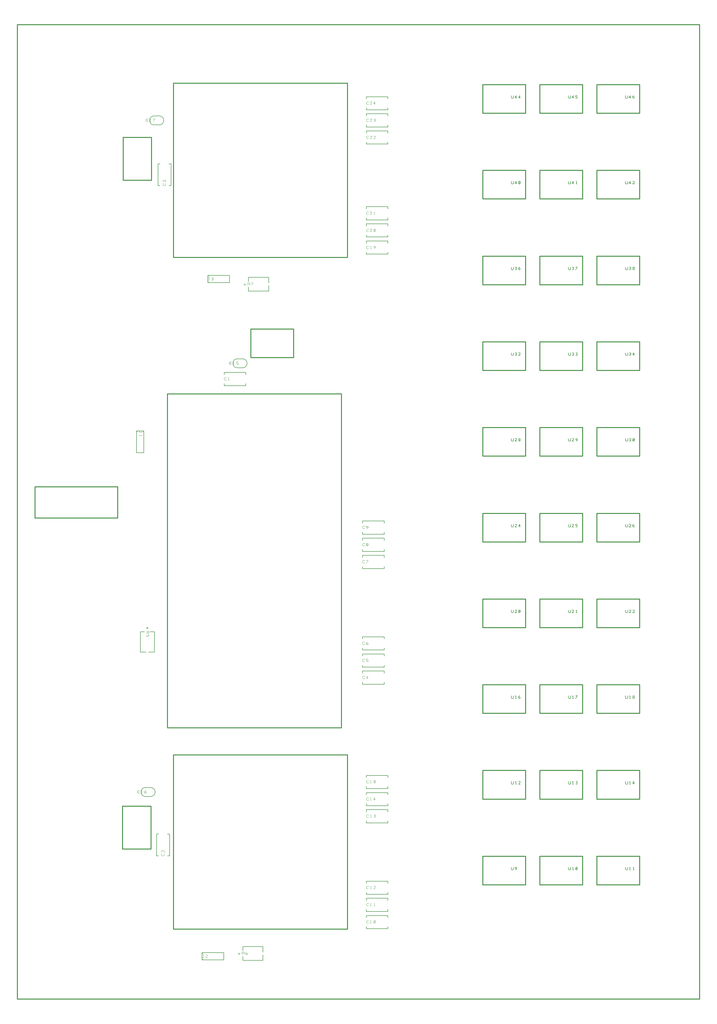
<source format=gbr>
%FSLAX23Y23*%
%MOIN*%
G04 EasyPC Gerber Version 18.0.6 Build 3620 *
%ADD85C,0.00300*%
%ADD16C,0.00500*%
%ADD84C,0.00600*%
%ADD10C,0.01200*%
X0Y0D02*
D02*
D10*
X6Y6D02*
X9415D01*
Y13431*
X6*
Y6*
X248Y7063D02*
Y6633D01*
X1388*
Y7063*
X248*
X1847Y2073D02*
Y2663D01*
X1453*
Y2073*
X1847*
X1856Y11286D02*
Y11876D01*
X1463*
Y11286*
X1856*
X2074Y8343D02*
Y3743D01*
X4474*
Y8343*
X2074*
X2158Y971D02*
X4558D01*
Y3371*
X2158*
Y971*
Y10223D02*
X4558D01*
Y12623*
X2158*
Y10223*
X3223Y8845D02*
X3813D01*
Y9238*
X3223*
Y8845*
X6423Y1581D02*
X7014D01*
Y1975*
X6423*
Y1581*
Y2762D02*
X7014D01*
Y3156*
X6423*
Y2762*
Y3943D02*
X7014D01*
Y4337*
X6423*
Y3943*
Y5124D02*
X7014D01*
Y5518*
X6423*
Y5124*
Y6305D02*
X7014D01*
Y6699*
X6423*
Y6305*
Y7486D02*
X7014D01*
Y7880*
X6423*
Y7486*
Y8667D02*
X7014D01*
Y9061*
X6423*
Y8667*
Y9849D02*
X7014D01*
Y10242*
X6423*
Y9849*
Y11030D02*
X7014D01*
Y11423*
X6423*
Y11030*
Y12211D02*
X7014D01*
Y12604*
X6423*
Y12211*
X7211Y1581D02*
X7801D01*
Y1975*
X7211*
Y1581*
Y2762D02*
X7801D01*
Y3156*
X7211*
Y2762*
Y3943D02*
X7801D01*
Y4337*
X7211*
Y3943*
Y5124D02*
X7801D01*
Y5518*
X7211*
Y5124*
Y6305D02*
X7801D01*
Y6699*
X7211*
Y6305*
Y7486D02*
X7801D01*
Y7880*
X7211*
Y7486*
Y8667D02*
X7801D01*
Y9061*
X7211*
Y8667*
Y9849D02*
X7801D01*
Y10242*
X7211*
Y9849*
Y11030D02*
X7801D01*
Y11423*
X7211*
Y11030*
Y12211D02*
X7801D01*
Y12604*
X7211*
Y12211*
X7998Y1581D02*
X8589D01*
Y1975*
X7998*
Y1581*
Y2762D02*
X8589D01*
Y3156*
X7998*
Y2762*
Y3943D02*
X8589D01*
Y4337*
X7998*
Y3943*
Y5124D02*
X8589D01*
Y5518*
X7998*
Y5124*
Y6305D02*
X8589D01*
Y6699*
X7998*
Y6305*
Y7486D02*
X8589D01*
Y7880*
X7998*
Y7486*
Y8667D02*
X8589D01*
Y9061*
X7998*
Y8667*
Y9849D02*
X8589D01*
Y10242*
X7998*
Y9849*
Y11030D02*
X8589D01*
Y11423*
X7998*
Y11030*
Y12211D02*
X8589D01*
Y12604*
X7998*
Y12211*
D02*
D16*
X6817Y1825D02*
Y1796D01*
X6820Y1790*
X6826Y1787*
X6839*
X6845Y1790*
X6848Y1796*
Y1825*
X6876Y1787D02*
X6883Y1790D01*
X6889Y1796*
X6892Y1806*
Y1815*
X6889Y1821*
X6883Y1825*
X6876*
X6870Y1821*
X6867Y1815*
X6870Y1809*
X6876Y1806*
X6883*
X6889Y1809*
X6892Y1815*
X6817Y3006D02*
Y2978D01*
X6820Y2971*
X6826Y2968*
X6839*
X6845Y2971*
X6848Y2978*
Y3006*
X6873Y2968D02*
X6886D01*
X6880D02*
Y3006D01*
X6873Y2999*
X6942Y2968D02*
X6917D01*
X6939Y2990*
X6942Y2996*
X6939Y3003*
X6933Y3006*
X6923*
X6917Y3003*
X6817Y4187D02*
Y4159D01*
X6820Y4152*
X6826Y4149*
X6839*
X6845Y4152*
X6848Y4159*
Y4187*
X6873Y4149D02*
X6886D01*
X6880D02*
Y4187D01*
X6873Y4180*
X6917Y4159D02*
X6920Y4165D01*
X6926Y4168*
X6933*
X6939Y4165*
X6942Y4159*
X6939Y4152*
X6933Y4149*
X6926*
X6920Y4152*
X6917Y4159*
Y4168*
X6920Y4177*
X6926Y4184*
X6933Y4187*
X6817Y5368D02*
Y5340D01*
X6820Y5333*
X6826Y5330*
X6839*
X6845Y5333*
X6848Y5340*
Y5368*
X6892Y5330D02*
X6867D01*
X6889Y5352*
X6892Y5358*
X6889Y5365*
X6883Y5368*
X6873*
X6867Y5365*
X6920Y5333D02*
X6926Y5330D01*
X6933*
X6939Y5333*
X6942Y5340*
Y5358*
X6939Y5365*
X6933Y5368*
X6926*
X6920Y5365*
X6917Y5358*
Y5340*
X6920Y5333*
X6939Y5365*
X6817Y6549D02*
Y6521D01*
X6820Y6515*
X6826Y6511*
X6839*
X6845Y6515*
X6848Y6521*
Y6549*
X6892Y6511D02*
X6867D01*
X6889Y6533*
X6892Y6540*
X6889Y6546*
X6883Y6549*
X6873*
X6867Y6546*
X6933Y6511D02*
Y6549D01*
X6917Y6524*
X6942*
X6817Y7730D02*
Y7702D01*
X6820Y7696*
X6826Y7693*
X6839*
X6845Y7696*
X6848Y7702*
Y7730*
X6892Y7693D02*
X6867D01*
X6889Y7714*
X6892Y7721*
X6889Y7727*
X6883Y7730*
X6873*
X6867Y7727*
X6926Y7711D02*
X6933D01*
X6939Y7714*
X6942Y7721*
X6939Y7727*
X6933Y7730*
X6926*
X6920Y7727*
X6917Y7721*
X6920Y7714*
X6926Y7711*
X6920Y7708*
X6917Y7702*
X6920Y7696*
X6926Y7693*
X6933*
X6939Y7696*
X6942Y7702*
X6939Y7708*
X6933Y7711*
X6817Y8911D02*
Y8883D01*
X6820Y8877*
X6826Y8874*
X6839*
X6845Y8877*
X6848Y8883*
Y8911*
X6870Y8877D02*
X6876Y8874D01*
X6883*
X6889Y8877*
X6892Y8883*
X6889Y8889*
X6883Y8892*
X6876*
X6883D02*
X6889Y8896D01*
X6892Y8902*
X6889Y8908*
X6883Y8911*
X6876*
X6870Y8908*
X6942Y8874D02*
X6917D01*
X6939Y8896*
X6942Y8902*
X6939Y8908*
X6933Y8911*
X6923*
X6917Y8908*
X6817Y10092D02*
Y10064D01*
X6820Y10058*
X6826Y10055*
X6839*
X6845Y10058*
X6848Y10064*
Y10092*
X6870Y10058D02*
X6876Y10055D01*
X6883*
X6889Y10058*
X6892Y10064*
X6889Y10070*
X6883Y10073*
X6876*
X6883D02*
X6889Y10077D01*
X6892Y10083*
X6889Y10089*
X6883Y10092*
X6876*
X6870Y10089*
X6917Y10064D02*
X6920Y10070D01*
X6926Y10073*
X6933*
X6939Y10070*
X6942Y10064*
X6939Y10058*
X6933Y10055*
X6926*
X6920Y10058*
X6917Y10064*
Y10073*
X6920Y10083*
X6926Y10089*
X6933Y10092*
X6817Y11273D02*
Y11245D01*
X6820Y11239*
X6826Y11236*
X6839*
X6845Y11239*
X6848Y11245*
Y11273*
X6883Y11236D02*
Y11273D01*
X6867Y11248*
X6892*
X6920Y11239D02*
X6926Y11236D01*
X6933*
X6939Y11239*
X6942Y11245*
Y11264*
X6939Y11270*
X6933Y11273*
X6926*
X6920Y11270*
X6917Y11264*
Y11245*
X6920Y11239*
X6939Y11270*
X6817Y12454D02*
Y12426D01*
X6820Y12420*
X6826Y12417*
X6839*
X6845Y12420*
X6848Y12426*
Y12454*
X6883Y12417D02*
Y12454D01*
X6867Y12429*
X6892*
X6933Y12417D02*
Y12454D01*
X6917Y12429*
X6942*
X7604Y1825D02*
Y1796D01*
X7608Y1790*
X7614Y1787*
X7626*
X7633Y1790*
X7636Y1796*
Y1825*
X7661Y1787D02*
X7673D01*
X7667D02*
Y1825D01*
X7661Y1818*
X7708Y1790D02*
X7714Y1787D01*
X7720*
X7726Y1790*
X7729Y1796*
Y1815*
X7726Y1821*
X7720Y1825*
X7714*
X7708Y1821*
X7704Y1815*
Y1796*
X7708Y1790*
X7726Y1821*
X7604Y3006D02*
Y2978D01*
X7608Y2971*
X7614Y2968*
X7626*
X7633Y2971*
X7636Y2978*
Y3006*
X7661Y2968D02*
X7673D01*
X7667D02*
Y3006D01*
X7661Y2999*
X7708Y2971D02*
X7714Y2968D01*
X7720*
X7726Y2971*
X7729Y2978*
X7726Y2984*
X7720Y2987*
X7714*
X7720D02*
X7726Y2990D01*
X7729Y2996*
X7726Y3003*
X7720Y3006*
X7714*
X7708Y3003*
X7604Y4187D02*
Y4159D01*
X7608Y4152*
X7614Y4149*
X7626*
X7633Y4152*
X7636Y4159*
Y4187*
X7661Y4149D02*
X7673D01*
X7667D02*
Y4187D01*
X7661Y4180*
X7704Y4149D02*
X7729Y4187D01*
X7704*
X7604Y5368D02*
Y5340D01*
X7608Y5333*
X7614Y5330*
X7626*
X7633Y5333*
X7636Y5340*
Y5368*
X7679Y5330D02*
X7654D01*
X7676Y5352*
X7679Y5358*
X7676Y5365*
X7670Y5368*
X7661*
X7654Y5365*
X7711Y5330D02*
X7723D01*
X7717D02*
Y5368D01*
X7711Y5362*
X7604Y6549D02*
Y6521D01*
X7608Y6515*
X7614Y6511*
X7626*
X7633Y6515*
X7636Y6521*
Y6549*
X7679Y6511D02*
X7654D01*
X7676Y6533*
X7679Y6540*
X7676Y6546*
X7670Y6549*
X7661*
X7654Y6546*
X7704Y6515D02*
X7711Y6511D01*
X7720*
X7726Y6515*
X7729Y6521*
Y6524*
X7726Y6530*
X7720Y6533*
X7704*
Y6549*
X7729*
X7604Y7730D02*
Y7702D01*
X7608Y7696*
X7614Y7693*
X7626*
X7633Y7696*
X7636Y7702*
Y7730*
X7679Y7693D02*
X7654D01*
X7676Y7714*
X7679Y7721*
X7676Y7727*
X7670Y7730*
X7661*
X7654Y7727*
X7714Y7693D02*
X7720Y7696D01*
X7726Y7702*
X7729Y7711*
Y7721*
X7726Y7727*
X7720Y7730*
X7714*
X7708Y7727*
X7704Y7721*
X7708Y7714*
X7714Y7711*
X7720*
X7726Y7714*
X7729Y7721*
X7604Y8911D02*
Y8883D01*
X7608Y8877*
X7614Y8874*
X7626*
X7633Y8877*
X7636Y8883*
Y8911*
X7658Y8877D02*
X7664Y8874D01*
X7670*
X7676Y8877*
X7679Y8883*
X7676Y8889*
X7670Y8892*
X7664*
X7670D02*
X7676Y8896D01*
X7679Y8902*
X7676Y8908*
X7670Y8911*
X7664*
X7658Y8908*
X7708Y8877D02*
X7714Y8874D01*
X7720*
X7726Y8877*
X7729Y8883*
X7726Y8889*
X7720Y8892*
X7714*
X7720D02*
X7726Y8896D01*
X7729Y8902*
X7726Y8908*
X7720Y8911*
X7714*
X7708Y8908*
X7604Y10092D02*
Y10064D01*
X7608Y10058*
X7614Y10055*
X7626*
X7633Y10058*
X7636Y10064*
Y10092*
X7658Y10058D02*
X7664Y10055D01*
X7670*
X7676Y10058*
X7679Y10064*
X7676Y10070*
X7670Y10073*
X7664*
X7670D02*
X7676Y10077D01*
X7679Y10083*
X7676Y10089*
X7670Y10092*
X7664*
X7658Y10089*
X7704Y10055D02*
X7729Y10092D01*
X7704*
X7604Y11273D02*
Y11245D01*
X7608Y11239*
X7614Y11236*
X7626*
X7633Y11239*
X7636Y11245*
Y11273*
X7670Y11236D02*
Y11273D01*
X7654Y11248*
X7679*
X7711Y11236D02*
X7723D01*
X7717D02*
Y11273D01*
X7711Y11267*
X7604Y12454D02*
Y12426D01*
X7608Y12420*
X7614Y12417*
X7626*
X7633Y12420*
X7636Y12426*
Y12454*
X7670Y12417D02*
Y12454D01*
X7654Y12429*
X7679*
X7704Y12420D02*
X7711Y12417D01*
X7720*
X7726Y12420*
X7729Y12426*
Y12429*
X7726Y12436*
X7720Y12439*
X7704*
Y12454*
X7729*
X8392Y1825D02*
Y1796D01*
X8395Y1790*
X8401Y1787*
X8414*
X8420Y1790*
X8423Y1796*
Y1825*
X8448Y1787D02*
X8461D01*
X8454D02*
Y1825D01*
X8448Y1818*
X8498Y1787D02*
X8511D01*
X8504D02*
Y1825D01*
X8498Y1818*
X8392Y3006D02*
Y2978D01*
X8395Y2971*
X8401Y2968*
X8414*
X8420Y2971*
X8423Y2978*
Y3006*
X8448Y2968D02*
X8461D01*
X8454D02*
Y3006D01*
X8448Y2999*
X8507Y2968D02*
Y3006D01*
X8492Y2981*
X8517*
X8392Y4187D02*
Y4159D01*
X8395Y4152*
X8401Y4149*
X8414*
X8420Y4152*
X8423Y4159*
Y4187*
X8448Y4149D02*
X8461D01*
X8454D02*
Y4187D01*
X8448Y4180*
X8501Y4168D02*
X8507D01*
X8514Y4171*
X8517Y4177*
X8514Y4184*
X8507Y4187*
X8501*
X8495Y4184*
X8492Y4177*
X8495Y4171*
X8501Y4168*
X8495Y4165*
X8492Y4159*
X8495Y4152*
X8501Y4149*
X8507*
X8514Y4152*
X8517Y4159*
X8514Y4165*
X8507Y4168*
X8392Y5368D02*
Y5340D01*
X8395Y5333*
X8401Y5330*
X8414*
X8420Y5333*
X8423Y5340*
Y5368*
X8467Y5330D02*
X8442D01*
X8464Y5352*
X8467Y5358*
X8464Y5365*
X8457Y5368*
X8448*
X8442Y5365*
X8517Y5330D02*
X8492D01*
X8514Y5352*
X8517Y5358*
X8514Y5365*
X8507Y5368*
X8498*
X8492Y5365*
X8392Y6549D02*
Y6521D01*
X8395Y6515*
X8401Y6511*
X8414*
X8420Y6515*
X8423Y6521*
Y6549*
X8467Y6511D02*
X8442D01*
X8464Y6533*
X8467Y6540*
X8464Y6546*
X8457Y6549*
X8448*
X8442Y6546*
X8492Y6521D02*
X8495Y6527D01*
X8501Y6530*
X8507*
X8514Y6527*
X8517Y6521*
X8514Y6515*
X8507Y6511*
X8501*
X8495Y6515*
X8492Y6521*
Y6530*
X8495Y6540*
X8501Y6546*
X8507Y6549*
X8392Y7730D02*
Y7702D01*
X8395Y7696*
X8401Y7693*
X8414*
X8420Y7696*
X8423Y7702*
Y7730*
X8445Y7696D02*
X8451Y7693D01*
X8457*
X8464Y7696*
X8467Y7702*
X8464Y7708*
X8457Y7711*
X8451*
X8457D02*
X8464Y7714D01*
X8467Y7721*
X8464Y7727*
X8457Y7730*
X8451*
X8445Y7727*
X8495Y7696D02*
X8501Y7693D01*
X8507*
X8514Y7696*
X8517Y7702*
Y7721*
X8514Y7727*
X8507Y7730*
X8501*
X8495Y7727*
X8492Y7721*
Y7702*
X8495Y7696*
X8514Y7727*
X8392Y8911D02*
Y8883D01*
X8395Y8877*
X8401Y8874*
X8414*
X8420Y8877*
X8423Y8883*
Y8911*
X8445Y8877D02*
X8451Y8874D01*
X8457*
X8464Y8877*
X8467Y8883*
X8464Y8889*
X8457Y8892*
X8451*
X8457D02*
X8464Y8896D01*
X8467Y8902*
X8464Y8908*
X8457Y8911*
X8451*
X8445Y8908*
X8507Y8874D02*
Y8911D01*
X8492Y8886*
X8517*
X8392Y10092D02*
Y10064D01*
X8395Y10058*
X8401Y10055*
X8414*
X8420Y10058*
X8423Y10064*
Y10092*
X8445Y10058D02*
X8451Y10055D01*
X8457*
X8464Y10058*
X8467Y10064*
X8464Y10070*
X8457Y10073*
X8451*
X8457D02*
X8464Y10077D01*
X8467Y10083*
X8464Y10089*
X8457Y10092*
X8451*
X8445Y10089*
X8501Y10073D02*
X8507D01*
X8514Y10077*
X8517Y10083*
X8514Y10089*
X8507Y10092*
X8501*
X8495Y10089*
X8492Y10083*
X8495Y10077*
X8501Y10073*
X8495Y10070*
X8492Y10064*
X8495Y10058*
X8501Y10055*
X8507*
X8514Y10058*
X8517Y10064*
X8514Y10070*
X8507Y10073*
X8392Y11273D02*
Y11245D01*
X8395Y11239*
X8401Y11236*
X8414*
X8420Y11239*
X8423Y11245*
Y11273*
X8457Y11236D02*
Y11273D01*
X8442Y11248*
X8467*
X8517Y11236D02*
X8492D01*
X8514Y11258*
X8517Y11264*
X8514Y11270*
X8507Y11273*
X8498*
X8492Y11270*
X8392Y12454D02*
Y12426D01*
X8395Y12420*
X8401Y12417*
X8414*
X8420Y12420*
X8423Y12426*
Y12454*
X8457Y12417D02*
Y12454D01*
X8442Y12429*
X8467*
X8492Y12426D02*
X8495Y12433D01*
X8501Y12436*
X8507*
X8514Y12433*
X8517Y12426*
X8514Y12420*
X8507Y12417*
X8501*
X8495Y12420*
X8492Y12426*
Y12436*
X8495Y12445*
X8501Y12451*
X8507Y12454*
D02*
D84*
X1649Y7835D02*
Y7535D01*
X1749*
Y7835*
X1660Y7825D02*
X1649D01*
Y7835*
X1749*
Y7825*
X1737*
X1677Y2860D02*
G75*
G03X1671I-3D01*
G01*
G75*
G03X1677I3*
G01*
X1758Y5068D02*
X1701D01*
Y4789*
X1780*
X1771Y2798D02*
X1843D01*
G75*
G03X1905Y2860J62*
G01*
G75*
G03X1843Y2922I-62*
G01*
X1771*
G75*
G03Y2798J-62*
G01*
X1796Y12112D02*
G75*
G03X1790I-3D01*
G01*
G75*
G03X1796I3*
G01*
X1815Y4789D02*
X1893D01*
Y5068*
X1836*
X1890Y12050D02*
X1962D01*
G75*
G03X2024Y12112J62*
G01*
G75*
G03X1962Y12174I-62*
G01*
X1890*
G75*
G03Y12050J-62*
G01*
X1952Y2281D02*
X1923D01*
Y1982*
X1952*
X1971Y11514D02*
X1943D01*
Y11215*
X1971*
X2076Y1982D02*
X2104D01*
Y2281*
X2076*
X2096Y11215D02*
X2124D01*
Y11514*
X2096*
X2551Y547D02*
X2851D01*
Y647*
X2551*
X2561Y558D02*
Y547D01*
X2551*
Y647*
X2561*
Y635*
X2630Y9877D02*
X2930D01*
Y9977*
X2630*
X2640Y9889D02*
Y9877D01*
X2630*
Y9977*
X2640*
Y9966*
X2857Y8487D02*
Y8459D01*
X3156*
Y8487*
X2945Y8766D02*
G75*
G03X2939I-3D01*
G01*
G75*
G03X2945I3*
G01*
X3039Y8704D02*
X3111D01*
G75*
G03X3173Y8766J62*
G01*
G75*
G03X3111Y8828I-62*
G01*
X3039*
G75*
G03Y8704J-62*
G01*
X3113Y597D02*
Y540D01*
X3392*
Y619*
X3156Y8611D02*
Y8640D01*
X2857*
Y8611*
X3192Y9817D02*
Y9760D01*
X3471*
Y9839*
X3392Y653D02*
Y732D01*
X3113*
Y675*
X3471Y9873D02*
Y9952D01*
X3192*
Y9895*
X4766Y4373D02*
Y4345D01*
X5065*
Y4373*
X4766Y4609D02*
Y4581D01*
X5065*
Y4609*
X4766Y4845D02*
Y4817D01*
X5065*
Y4845*
X4766Y5968D02*
Y5939D01*
X5065*
Y5968*
X4766Y6204D02*
Y6175D01*
X5065*
Y6204*
X4766Y6440D02*
Y6412D01*
X5065*
Y6440*
X4817Y1007D02*
Y978D01*
X5116*
Y1007*
X4817Y1243D02*
Y1215D01*
X5116*
Y1243*
X4817Y1479D02*
Y1451D01*
X5116*
Y1479*
X4817Y2464D02*
Y2435D01*
X5116*
Y2464*
X4817Y2700D02*
Y2671D01*
X5116*
Y2700*
X4817Y2936D02*
Y2908D01*
X5116*
Y2936*
X4817Y10298D02*
Y10270D01*
X5116*
Y10298*
X4817Y10534D02*
Y10506D01*
X5116*
Y10534*
X4817Y10771D02*
Y10742D01*
X5116*
Y10771*
X4817Y11814D02*
Y11786D01*
X5116*
Y11814*
X4817Y12050D02*
Y12022D01*
X5116*
Y12050*
X4817Y12286D02*
Y12258D01*
X5116*
Y12286*
X5065Y4497D02*
Y4526D01*
X4766*
Y4497*
X5065Y4733D02*
Y4762D01*
X4766*
Y4733*
X5065Y4970D02*
Y4998D01*
X4766*
Y4970*
X5065Y6092D02*
Y6120D01*
X4766*
Y6092*
X5065Y6328D02*
Y6356D01*
X4766*
Y6328*
X5065Y6564D02*
Y6593D01*
X4766*
Y6564*
X5116Y1131D02*
Y1159D01*
X4817*
Y1131*
X5116Y1367D02*
Y1396D01*
X4817*
Y1367*
X5116Y1604D02*
Y1632D01*
X4817*
Y1604*
X5116Y2588D02*
Y2616D01*
X4817*
Y2588*
X5116Y2824D02*
Y2852D01*
X4817*
Y2824*
X5116Y3060D02*
Y3089D01*
X4817*
Y3060*
X5116Y10422D02*
Y10451D01*
X4817*
Y10422*
X5116Y10659D02*
Y10687D01*
X4817*
Y10659*
X5116Y10895D02*
Y10923D01*
X4817*
Y10895*
X5116Y11938D02*
Y11967D01*
X4817*
Y11938*
X5116Y12174D02*
Y12203D01*
X4817*
Y12174*
X5116Y12411D02*
Y12439D01*
X4817*
Y12411*
D02*
D85*
X1689Y2851D02*
X1686Y2848D01*
X1679Y2845*
X1670*
X1664Y2848*
X1661Y2851*
X1657Y2857*
Y2870*
X1661Y2876*
X1664Y2879*
X1670Y2882*
X1679*
X1686Y2879*
X1689Y2876*
X1714Y2845D02*
X1726D01*
X1720D02*
Y2882D01*
X1714Y2876*
X1757Y2854D02*
X1761Y2860D01*
X1767Y2863*
X1773*
X1779Y2860*
X1782Y2854*
X1779Y2848*
X1773Y2845*
X1767*
X1761Y2848*
X1757Y2854*
Y2863*
X1761Y2873*
X1767Y2879*
X1773Y2882*
X1690Y7835D02*
X1686Y7832D01*
X1683Y7825*
X1686Y7819*
X1690Y7816*
X1721*
Y7810*
Y7816D02*
Y7828D01*
X1683Y7778D02*
Y7766D01*
Y7772D02*
X1721D01*
X1715Y7778*
X1782Y5079D02*
X1819D01*
Y5057*
X1816Y5051*
X1810Y5048*
X1804Y5051*
X1800Y5057*
Y5079*
Y5057D02*
X1782Y5048D01*
X1785Y5029D02*
X1782Y5023D01*
Y5013*
X1785Y5007*
X1791Y5004*
X1794*
X1800Y5007*
X1804Y5013*
Y5029*
X1819*
Y5004*
X1794Y5133D02*
Y5108D01*
X1782Y5127D02*
X1807Y5115D01*
Y5127D02*
X1782Y5115D01*
X1807Y12103D02*
X1804Y12100D01*
X1797Y12097*
X1788*
X1782Y12100*
X1779Y12103*
X1776Y12109*
Y12122*
X1779Y12128*
X1782Y12131*
X1788Y12134*
X1797*
X1804Y12131*
X1807Y12128*
X1832Y12097D02*
X1844D01*
X1838D02*
Y12134D01*
X1832Y12128*
X1876Y12097D02*
X1901Y12134D01*
X1876*
X2023Y2013D02*
X2026Y2010D01*
X2030Y2004*
Y1994*
X2026Y1988*
X2023Y1985*
X2017Y1982*
X2005*
X1998Y1985*
X1995Y1988*
X1992Y1994*
Y2004*
X1995Y2010*
X1998Y2013*
X2030Y2057D02*
Y2032D01*
X2008Y2054*
X2001Y2057*
X1995Y2054*
X1992Y2048*
Y2038*
X1995Y2032*
X2043Y11246D02*
X2046Y11242D01*
X2049Y11236*
Y11227*
X2046Y11221*
X2043Y11217*
X2037Y11214*
X2024*
X2018Y11217*
X2015Y11221*
X2012Y11227*
Y11236*
X2015Y11242*
X2018Y11246*
X2046Y11267D02*
X2049Y11274D01*
Y11280*
X2046Y11286*
X2040Y11289*
X2034Y11286*
X2030Y11280*
Y11274*
Y11280D02*
X2027Y11286D01*
X2021Y11289*
X2015Y11286*
X2012Y11280*
Y11274*
X2015Y11267*
X2551Y587D02*
X2554Y584D01*
X2561Y581*
X2567Y584*
X2570Y587*
Y618*
X2576*
X2570D02*
X2558D01*
X2626Y581D02*
X2601D01*
X2623Y603*
X2626Y609*
X2623Y615*
X2617Y618*
X2608*
X2601Y615*
X2630Y9918D02*
X2633Y9915D01*
X2639Y9912*
X2646Y9915*
X2649Y9918*
Y9949*
X2655*
X2649D02*
X2636D01*
X2683Y9915D02*
X2689Y9912D01*
X2696*
X2702Y9915*
X2705Y9921*
X2702Y9927*
X2696Y9930*
X2689*
X2696D02*
X2702Y9934D01*
X2705Y9940*
X2702Y9946*
X2696Y9949*
X2689*
X2683Y9946*
X2887Y8540D02*
X2884Y8537D01*
X2878Y8534*
X2869*
X2862Y8537*
X2859Y8540*
X2856Y8546*
Y8559*
X2859Y8565*
X2862Y8568*
X2869Y8571*
X2878*
X2884Y8568*
X2887Y8565*
X2912Y8534D02*
X2925D01*
X2919D02*
Y8571D01*
X2912Y8565*
X2957Y8756D02*
X2953Y8753D01*
X2947Y8750*
X2938*
X2932Y8753*
X2928Y8756*
X2925Y8763*
Y8775*
X2928Y8781*
X2932Y8785*
X2938Y8788*
X2947*
X2953Y8785*
X2957Y8781*
X2982Y8750D02*
X2994D01*
X2988D02*
Y8788D01*
X2982Y8781*
X3025Y8753D02*
X3032Y8750D01*
X3041*
X3047Y8753*
X3050Y8760*
Y8763*
X3047Y8769*
X3041Y8772*
X3025*
Y8788*
X3050*
X3048Y633D02*
X3073D01*
X3054Y620D02*
X3067Y645D01*
X3054D02*
X3067Y620D01*
X3102D02*
Y658D01*
X3124*
X3131Y655*
X3134Y648*
X3131Y642*
X3124Y639*
X3102*
X3124D02*
X3134Y620D01*
X3152Y630D02*
X3156Y636D01*
X3162Y639*
X3168*
X3174Y636*
X3177Y630*
X3174Y623*
X3168Y620*
X3162*
X3156Y623*
X3152Y630*
Y639*
X3156Y648*
X3162Y655*
X3168Y658*
X3127Y9853D02*
X3152D01*
X3133Y9840D02*
X3145Y9865D01*
X3133D02*
X3145Y9840D01*
X3181D02*
Y9878D01*
X3203*
X3209Y9875*
X3212Y9869*
X3209Y9862*
X3203Y9859*
X3181*
X3203D02*
X3212Y9840D01*
X3231D02*
X3256Y9878D01*
X3231*
X4797Y4426D02*
X4794Y4423D01*
X4788Y4420*
X4778*
X4772Y4423*
X4769Y4426*
X4766Y4432*
Y4445*
X4769Y4451*
X4772Y4454*
X4778Y4457*
X4788*
X4794Y4454*
X4797Y4451*
X4831Y4420D02*
Y4457D01*
X4816Y4432*
X4841*
X4797Y4662D02*
X4794Y4659D01*
X4788Y4656*
X4778*
X4772Y4659*
X4769Y4662*
X4766Y4668*
Y4681*
X4769Y4687*
X4772Y4690*
X4778Y4693*
X4788*
X4794Y4690*
X4797Y4687*
X4816Y4659D02*
X4822Y4656D01*
X4831*
X4838Y4659*
X4841Y4665*
Y4668*
X4838Y4674*
X4831Y4678*
X4816*
Y4693*
X4841*
X4797Y4898D02*
X4794Y4895D01*
X4788Y4892*
X4778*
X4772Y4895*
X4769Y4898*
X4766Y4904*
Y4917*
X4769Y4923*
X4772Y4926*
X4778Y4929*
X4788*
X4794Y4926*
X4797Y4923*
X4816Y4901D02*
X4819Y4908D01*
X4825Y4911*
X4831*
X4838Y4908*
X4841Y4901*
X4838Y4895*
X4831Y4892*
X4825*
X4819Y4895*
X4816Y4901*
Y4911*
X4819Y4920*
X4825Y4926*
X4831Y4929*
X4797Y6020D02*
X4794Y6017D01*
X4788Y6014*
X4778*
X4772Y6017*
X4769Y6020*
X4766Y6026*
Y6039*
X4769Y6045*
X4772Y6048*
X4778Y6051*
X4788*
X4794Y6048*
X4797Y6045*
X4816Y6014D02*
X4841Y6051D01*
X4816*
X4797Y6256D02*
X4794Y6253D01*
X4788Y6250*
X4778*
X4772Y6253*
X4769Y6256*
X4766Y6263*
Y6275*
X4769Y6281*
X4772Y6285*
X4778Y6288*
X4788*
X4794Y6285*
X4797Y6281*
X4825Y6269D02*
X4831D01*
X4838Y6272*
X4841Y6278*
X4838Y6285*
X4831Y6288*
X4825*
X4819Y6285*
X4816Y6278*
X4819Y6272*
X4825Y6269*
X4819Y6266*
X4816Y6260*
X4819Y6253*
X4825Y6250*
X4831*
X4838Y6253*
X4841Y6260*
X4838Y6266*
X4831Y6269*
X4797Y6493D02*
X4794Y6490D01*
X4788Y6486*
X4778*
X4772Y6490*
X4769Y6493*
X4766Y6499*
Y6511*
X4769Y6518*
X4772Y6521*
X4778Y6524*
X4788*
X4794Y6521*
X4797Y6518*
X4825Y6486D02*
X4831Y6490D01*
X4838Y6496*
X4841Y6505*
Y6515*
X4838Y6521*
X4831Y6524*
X4825*
X4819Y6521*
X4816Y6515*
X4819Y6508*
X4825Y6505*
X4831*
X4838Y6508*
X4841Y6515*
X4848Y1060D02*
X4845Y1056D01*
X4839Y1053*
X4829*
X4823Y1056*
X4820Y1060*
X4817Y1066*
Y1078*
X4820Y1085*
X4823Y1088*
X4829Y1091*
X4839*
X4845Y1088*
X4848Y1085*
X4873Y1053D02*
X4885D01*
X4879D02*
Y1091D01*
X4873Y1085*
X4920Y1056D02*
X4926Y1053D01*
X4932*
X4939Y1056*
X4942Y1063*
Y1081*
X4939Y1088*
X4932Y1091*
X4926*
X4920Y1088*
X4917Y1081*
Y1063*
X4920Y1056*
X4939Y1088*
X4848Y1296D02*
X4845Y1293D01*
X4839Y1290*
X4829*
X4823Y1293*
X4820Y1296*
X4817Y1302*
Y1315*
X4820Y1321*
X4823Y1324*
X4829Y1327*
X4839*
X4845Y1324*
X4848Y1321*
X4873Y1290D02*
X4885D01*
X4879D02*
Y1327D01*
X4873Y1321*
X4923Y1290D02*
X4935D01*
X4929D02*
Y1327D01*
X4923Y1321*
X4848Y1532D02*
X4845Y1529D01*
X4839Y1526*
X4829*
X4823Y1529*
X4820Y1532*
X4817Y1538*
Y1551*
X4820Y1557*
X4823Y1560*
X4829Y1563*
X4839*
X4845Y1560*
X4848Y1557*
X4873Y1526D02*
X4885D01*
X4879D02*
Y1563D01*
X4873Y1557*
X4942Y1526D02*
X4917D01*
X4939Y1548*
X4942Y1554*
X4939Y1560*
X4932Y1563*
X4923*
X4917Y1560*
X4848Y2516D02*
X4845Y2513D01*
X4839Y2510*
X4829*
X4823Y2513*
X4820Y2516*
X4817Y2523*
Y2535*
X4820Y2541*
X4823Y2544*
X4829Y2548*
X4839*
X4845Y2544*
X4848Y2541*
X4873Y2510D02*
X4885D01*
X4879D02*
Y2548D01*
X4873Y2541*
X4920Y2513D02*
X4926Y2510D01*
X4932*
X4939Y2513*
X4942Y2519*
X4939Y2526*
X4932Y2529*
X4926*
X4932D02*
X4939Y2532D01*
X4942Y2538*
X4939Y2544*
X4932Y2548*
X4926*
X4920Y2544*
X4848Y2753D02*
X4845Y2749D01*
X4839Y2746*
X4829*
X4823Y2749*
X4820Y2753*
X4817Y2759*
Y2771*
X4820Y2778*
X4823Y2781*
X4829Y2784*
X4839*
X4845Y2781*
X4848Y2778*
X4873Y2746D02*
X4885D01*
X4879D02*
Y2784D01*
X4873Y2778*
X4932Y2746D02*
Y2784D01*
X4917Y2759*
X4942*
X4848Y2989D02*
X4845Y2986D01*
X4839Y2983*
X4829*
X4823Y2986*
X4820Y2989*
X4817Y2995*
Y3008*
X4820Y3014*
X4823Y3017*
X4829Y3020*
X4839*
X4845Y3017*
X4848Y3014*
X4873Y2983D02*
X4885D01*
X4879D02*
Y3020D01*
X4873Y3014*
X4926Y3001D02*
X4932D01*
X4939Y3004*
X4942Y3011*
X4939Y3017*
X4932Y3020*
X4926*
X4920Y3017*
X4917Y3011*
X4920Y3004*
X4926Y3001*
X4920Y2998*
X4917Y2992*
X4920Y2986*
X4926Y2983*
X4932*
X4939Y2986*
X4942Y2992*
X4939Y2998*
X4932Y3001*
X4848Y10351D02*
X4845Y10348D01*
X4839Y10345*
X4829*
X4823Y10348*
X4820Y10351*
X4817Y10357*
Y10370*
X4820Y10376*
X4823Y10379*
X4829Y10382*
X4839*
X4845Y10379*
X4848Y10376*
X4873Y10345D02*
X4885D01*
X4879D02*
Y10382D01*
X4873Y10376*
X4926Y10345D02*
X4932Y10348D01*
X4939Y10354*
X4942Y10363*
Y10373*
X4939Y10379*
X4932Y10382*
X4926*
X4920Y10379*
X4917Y10373*
X4920Y10367*
X4926Y10363*
X4932*
X4939Y10367*
X4942Y10373*
X4848Y10587D02*
X4845Y10584D01*
X4839Y10581*
X4829*
X4823Y10584*
X4820Y10587*
X4817Y10593*
Y10606*
X4820Y10612*
X4823Y10615*
X4829Y10618*
X4839*
X4845Y10615*
X4848Y10612*
X4892Y10581D02*
X4867D01*
X4889Y10603*
X4892Y10609*
X4889Y10615*
X4882Y10618*
X4873*
X4867Y10615*
X4920Y10584D02*
X4926Y10581D01*
X4932*
X4939Y10584*
X4942Y10590*
Y10609*
X4939Y10615*
X4932Y10618*
X4926*
X4920Y10615*
X4917Y10609*
Y10590*
X4920Y10584*
X4939Y10615*
X4848Y10823D02*
X4845Y10820D01*
X4839Y10817*
X4829*
X4823Y10820*
X4820Y10823*
X4817Y10830*
Y10842*
X4820Y10848*
X4823Y10852*
X4829Y10855*
X4839*
X4845Y10852*
X4848Y10848*
X4892Y10817D02*
X4867D01*
X4889Y10839*
X4892Y10845*
X4889Y10852*
X4882Y10855*
X4873*
X4867Y10852*
X4923Y10817D02*
X4935D01*
X4929D02*
Y10855D01*
X4923Y10848*
X4848Y11867D02*
X4845Y11864D01*
X4839Y11860*
X4829*
X4823Y11864*
X4820Y11867*
X4817Y11873*
Y11885*
X4820Y11892*
X4823Y11895*
X4829Y11898*
X4839*
X4845Y11895*
X4848Y11892*
X4892Y11860D02*
X4867D01*
X4889Y11882*
X4892Y11889*
X4889Y11895*
X4882Y11898*
X4873*
X4867Y11895*
X4942Y11860D02*
X4917D01*
X4939Y11882*
X4942Y11889*
X4939Y11895*
X4932Y11898*
X4923*
X4917Y11895*
X4848Y12103D02*
X4845Y12100D01*
X4839Y12097*
X4829*
X4823Y12100*
X4820Y12103*
X4817Y12109*
Y12122*
X4820Y12128*
X4823Y12131*
X4829Y12134*
X4839*
X4845Y12131*
X4848Y12128*
X4892Y12097D02*
X4867D01*
X4889Y12119*
X4892Y12125*
X4889Y12131*
X4882Y12134*
X4873*
X4867Y12131*
X4920Y12100D02*
X4926Y12097D01*
X4932*
X4939Y12100*
X4942Y12106*
X4939Y12112*
X4932Y12115*
X4926*
X4932D02*
X4939Y12119D01*
X4942Y12125*
X4939Y12131*
X4932Y12134*
X4926*
X4920Y12131*
X4848Y12339D02*
X4845Y12336D01*
X4839Y12333*
X4829*
X4823Y12336*
X4820Y12339*
X4817Y12345*
Y12358*
X4820Y12364*
X4823Y12367*
X4829Y12370*
X4839*
X4845Y12367*
X4848Y12364*
X4892Y12333D02*
X4867D01*
X4889Y12355*
X4892Y12361*
X4889Y12367*
X4882Y12370*
X4873*
X4867Y12367*
X4932Y12333D02*
Y12370D01*
X4917Y12345*
X4942*
X0Y0D02*
M02*

</source>
